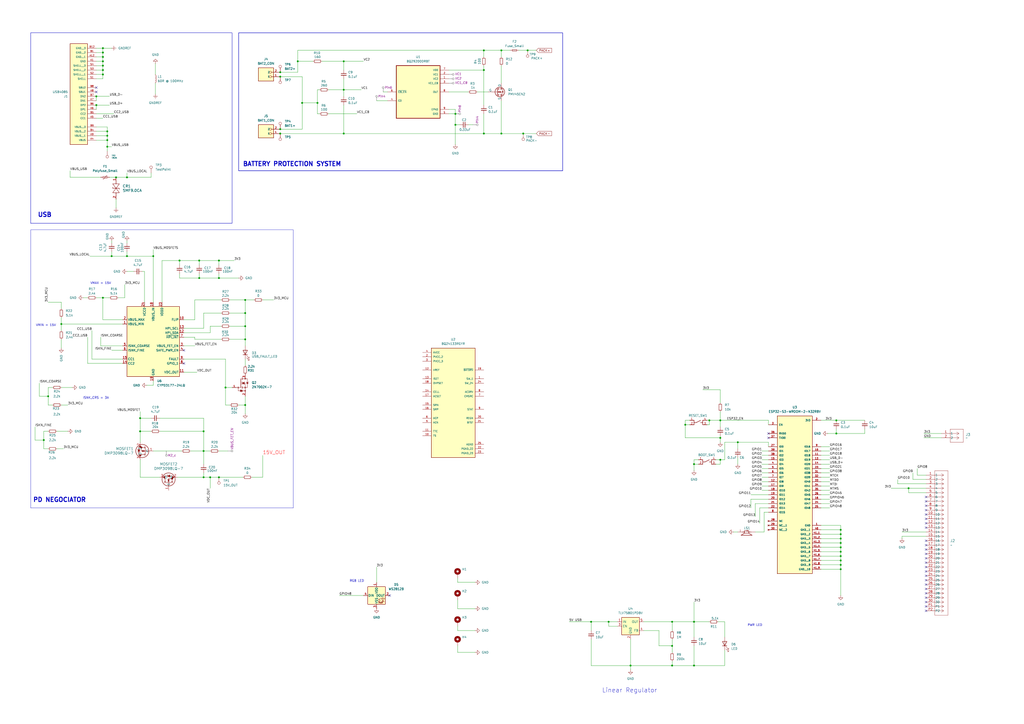
<source format=kicad_sch>
(kicad_sch (version 20231120) (generator "eeschema") (generator_version "8.0")
  (paper "A2")
  (title_block (title "RC PCB ") (date "2024-07-28") (rev "v3") (company "CampusFab FabRice "))
  (junction (at 142.24 189.23))
  (junction (at 59.69 172.72))
  (junction (at 306.07 29.21))
  (junction (at 353.06 360.68))
  (junction (at 487.68 314.96))
  (junction (at 417.83 254))
  (junction (at 59.69 43.18))
  (junction (at 162.56 44.45))
  (junction (at 527.05 283.21))
  (junction (at 55.88 55.88))
  (junction (at 81.28 250.19))
  (junction (at 280.67 40.64))
  (junction (at 35.56 187.96))
  (junction (at 118.11 276.86))
  (junction (at 487.68 325.12))
  (junction (at 175.26 59.69))
  (junction (at 127 161.29))
  (junction (at 487.68 327.66))
  (junction (at 62.23 85.09))
  (junction (at 115.57 161.29))
  (junction (at 104.14 151.13))
  (junction (at 397.51 246.38))
  (junction (at 342.9 360.68))
  (junction (at 389.89 386.08))
  (junction (at 162.56 74.93))
  (junction (at 411.48 243.84))
  (junction (at 59.69 40.64))
  (junction (at 118.11 261.62))
  (junction (at 115.57 151.13))
  (junction (at 73.66 148.59))
  (junction (at 62.23 76.2))
  (junction (at 127 151.13))
  (junction (at 142.24 173.99))
  (junction (at 62.23 78.74))
  (junction (at 162.56 77.47))
  (junction (at 487.68 307.34))
  (junction (at 162.56 41.91))
  (junction (at 199.39 52.07))
  (junction (at 142.24 234.95))
  (junction (at 264.16 72.39))
  (junction (at 487.68 322.58))
  (junction (at 389.89 360.68))
  (junction (at 127 276.86))
  (junction (at 199.39 35.56))
  (junction (at 264.16 66.04))
  (junction (at 485.14 243.84))
  (junction (at 59.69 33.02))
  (junction (at 59.69 30.48))
  (junction (at 303.53 77.47))
  (junction (at 81.28 242.57))
  (junction (at 59.69 27.94))
  (junction (at 280.67 77.47))
  (junction (at 172.72 35.56))
  (junction (at 118.11 250.19))
  (junction (at 64.77 148.59))
  (junction (at 27.94 229.87))
  (junction (at 487.68 309.88))
  (junction (at 88.9 148.59))
  (junction (at 487.68 312.42))
  (junction (at 402.59 360.68))
  (junction (at 59.69 35.56))
  (junction (at 427.99 256.54))
  (junction (at 67.31 102.87))
  (junction (at 73.66 102.87))
  (junction (at 389.89 374.65))
  (junction (at 121.92 276.86))
  (junction (at 25.4 255.27))
  (junction (at 417.83 243.84))
  (junction (at 402.59 386.08))
  (junction (at 62.23 81.28))
  (junction (at 55.88 60.96))
  (junction (at 402.59 269.24))
  (junction (at 365.76 386.08))
  (junction (at 487.68 330.2))
  (junction (at 142.24 181.61))
  (junction (at 59.69 38.1))
  (junction (at 130.81 224.79))
  (junction (at 487.68 317.5))
  (junction (at 485.14 251.46))
  (junction (at 417.83 266.7))
  (junction (at 487.68 320.04))
  (junction (at 184.15 59.69))
  (junction (at 199.39 77.47))
  (junction (at 290.83 29.21))
  (junction (at 142.24 196.85))
  (junction (at 280.67 29.21))
  (junction (at 290.83 77.47))
  (no_connect (at 537.21 334.01))
  (no_connect (at 55.88 53.34))
  (no_connect (at 537.21 328.93))
  (no_connect (at 537.21 295.91))
  (no_connect (at 537.21 300.99))
  (no_connect (at 537.21 351.79))
  (no_connect (at 55.88 50.8))
  (no_connect (at 537.21 339.09))
  (no_connect (at 537.21 316.23))
  (no_connect (at 537.21 288.29))
  (no_connect (at 226.06 345.44))
  (no_connect (at 537.21 293.37))
  (no_connect (at 106.68 203.2))
  (no_connect (at 106.68 210.82))
  (no_connect (at 537.21 349.25))
  (no_connect (at 537.21 290.83))
  (no_connect (at 537.21 344.17))
  (no_connect (at 537.21 326.39))
  (no_connect (at 537.21 346.71))
  (no_connect (at 537.21 298.45))
  (no_connect (at 537.21 341.63))
  (no_connect (at 537.21 318.77))
  (no_connect (at 537.21 306.07))
  (no_connect (at 537.21 313.69))
  (no_connect (at 537.21 303.53))
  (no_connect (at 537.21 321.31))
  (no_connect (at 445.77 251.46))
  (no_connect (at 445.77 254))
  (no_connect (at 537.21 336.55))
  (no_connect (at 537.21 323.85))
  (no_connect (at 537.21 354.33))
  (no_connect (at 537.21 331.47))
  (wire (pts (xy 411.48 243.84) (xy 417.83 243.84)))
  (wire (pts (xy 264.16 66.04) (xy 264.16 72.39)))
  (wire (pts (xy 81.28 250.19) (xy 87.63 250.19)))
  (wire (pts (xy 115.57 151.13) (xy 127 151.13)))
  (wire (pts (xy 72.39 165.1) (xy 72.39 172.72)))
  (wire (pts (xy 113.03 173.99) (xy 113.03 185.42)))
  (wire (pts (xy 92.71 242.57) (xy 118.11 242.57)))
  (wire (pts (xy 62.23 85.09) (xy 62.23 87.63)))
  (wire (pts (xy 410.21 246.38) (xy 411.48 246.38)))
  (wire (pts (xy 353.06 363.22) (xy 353.06 360.68)))
  (wire (pts (xy 485.14 251.46) (xy 501.65 251.46)))
  (wire (pts (xy 295.91 29.21) (xy 290.83 29.21)))
  (wire (pts (xy 358.14 363.22) (xy 353.06 363.22)))
  (wire (pts (xy 476.25 327.66) (xy 487.68 327.66)))
  (wire (pts (xy 476.25 325.12) (xy 487.68 325.12)))
  (wire (pts (xy 106.68 200.66) (xy 113.03 200.66)))
  (wire (pts (xy 435.61 289.56) (xy 435.61 294.64)))
  (wire (pts (xy 476.25 320.04) (xy 487.68 320.04)))
  (wire (pts (xy 445.77 294.64) (xy 440.69 294.64)))
  (wire (pts (xy 20.32 247.65) (xy 20.32 255.27)))
  (wire (pts (xy 27.94 229.87) (xy 27.94 224.79)))
  (wire (pts (xy 306.07 29.21) (xy 311.15 29.21)))
  (wire (pts (xy 81.28 250.19) (xy 81.28 256.54)))
  (wire (pts (xy 59.69 30.48) (xy 59.69 33.02)))
  (wire (pts (xy 140.97 276.86) (xy 127 276.86)))
  (wire (pts (xy 130.81 224.79) (xy 130.81 208.28)))
  (wire (pts (xy 476.25 330.2) (xy 487.68 330.2)))
  (wire (pts (xy 265.43 335.28) (xy 265.43 337.82)))
  (wire (pts (xy 397.51 246.38) (xy 397.51 254)))
  (wire (pts (xy 290.83 77.47) (xy 303.53 77.47)))
  (wire (pts (xy 487.68 304.8) (xy 487.68 307.34)))
  (wire (pts (xy 476.25 274.32) (xy 481.33 274.32)))
  (wire (pts (xy 276.86 53.34) (xy 283.21 53.34)))
  (wire (pts (xy 199.39 35.56) (xy 199.39 40.64)))
  (wire (pts (xy 118.11 261.62) (xy 118.11 269.24)))
  (wire (pts (xy 445.77 256.54) (xy 445.77 259.08)))
  (wire (pts (xy 59.69 40.64) (xy 55.88 40.64)))
  (wire (pts (xy 27.94 229.87) (xy 27.94 234.95)))
  (wire (pts (xy 152.4 264.16) (xy 152.4 276.86)))
  (wire (pts (xy 441.96 271.78) (xy 445.77 271.78)))
  (wire (pts (xy 537.21 285.75) (xy 527.05 285.75)))
  (wire (pts (xy 199.39 52.07) (xy 199.39 55.88)))
  (wire (pts (xy 438.15 308.61) (xy 443.23 308.61)))
  (wire (pts (xy 535.94 254) (xy 546.1 254)))
  (wire (pts (xy 264.16 72.39) (xy 266.7 72.39)))
  (wire (pts (xy 33.02 250.19) (xy 39.37 250.19)))
  (wire (pts (xy 365.76 386.08) (xy 389.89 386.08)))
  (wire (pts (xy 365.76 386.08) (xy 365.76 370.84)))
  (wire (pts (xy 59.69 27.94) (xy 59.69 30.48)))
  (wire (pts (xy 427.99 260.35) (xy 427.99 256.54)))
  (wire (pts (xy 402.59 349.25) (xy 402.59 360.68)))
  (wire (pts (xy 501.65 248.92) (xy 501.65 251.46)))
  (wire (pts (xy 537.21 311.15) (xy 523.24 311.15)))
  (wire (pts (xy 290.83 29.21) (xy 290.83 33.02)))
  (wire (pts (xy 55.88 78.74) (xy 62.23 78.74)))
  (wire (pts (xy 441.96 279.4) (xy 445.77 279.4)))
  (wire (pts (xy 425.45 308.61) (xy 427.99 308.61)))
  (wire (pts (xy 290.83 38.1) (xy 290.83 48.26)))
  (wire (pts (xy 62.23 78.74) (xy 62.23 81.28)))
  (wire (pts (xy 441.96 269.24) (xy 445.77 269.24)))
  (wire (pts (xy 152.4 276.86) (xy 146.05 276.86)))
  (wire (pts (xy 476.25 276.86) (xy 481.33 276.86)))
  (wire (pts (xy 265.43 353.06) (xy 275.59 353.06)))
  (wire (pts (xy 63.5 60.96) (xy 55.88 60.96)))
  (wire (pts (xy 87.63 102.87) (xy 73.66 102.87)))
  (wire (pts (xy 81.28 242.57) (xy 87.63 242.57)))
  (wire (pts (xy 476.25 322.58) (xy 487.68 322.58)))
  (wire (pts (xy 59.69 27.94) (xy 55.88 27.94)))
  (wire (pts (xy 402.59 269.24) (xy 402.59 273.05)))
  (wire (pts (xy 445.77 292.1) (xy 438.15 292.1)))
  (wire (pts (xy 121.92 193.04) (xy 106.68 193.04)))
  (wire (pts (xy 133.35 196.85) (xy 142.24 196.85)))
  (wire (pts (xy 186.69 35.56) (xy 199.39 35.56)))
  (wire (pts (xy 83.82 157.48) (xy 83.82 175.26)))
  (wire (pts (xy 290.83 58.42) (xy 290.83 77.47)))
  (wire (pts (xy 529.59 274.32) (xy 529.59 278.13)))
  (wire (pts (xy 118.11 261.62) (xy 121.92 261.62)))
  (wire (pts (xy 162.56 41.91) (xy 172.72 41.91)))
  (wire (pts (xy 62.23 76.2) (xy 62.23 78.74)))
  (wire (pts (xy 400.05 243.84) (xy 397.51 243.84)))
  (wire (pts (xy 113.03 195.58) (xy 106.68 195.58)))
  (wire (pts (xy 128.27 181.61) (xy 118.11 181.61)))
  (wire (pts (xy 52.07 148.59) (xy 64.77 148.59)))
  (wire (pts (xy 40.64 99.06) (xy 40.64 102.87)))
  (wire (pts (xy 59.69 185.42) (xy 71.12 185.42)))
  (wire (pts (xy 121.92 189.23) (xy 121.92 193.04)))
  (wire (pts (xy 417.83 254) (xy 417.83 256.54)))
  (wire (pts (xy 162.56 44.45) (xy 175.26 44.45)))
  (wire (pts (xy 417.83 233.68) (xy 417.83 226.06)))
  (wire (pts (xy 435.61 287.02) (xy 445.77 287.02)))
  (wire (pts (xy 303.53 77.47) (xy 311.15 77.47)))
  (wire (pts (xy 62.23 85.09) (xy 64.77 85.09)))
  (wire (pts (xy 476.25 289.56) (xy 481.33 289.56)))
  (wire (pts (xy 142.24 173.99) (xy 133.35 173.99)))
  (wire (pts (xy 280.67 66.04) (xy 280.67 77.47)))
  (wire (pts (xy 59.69 43.18) (xy 59.69 45.72)))
  (wire (pts (xy 35.56 184.15) (xy 35.56 187.96)))
  (wire (pts (xy 142.24 173.99) (xy 142.24 181.61)))
  (wire (pts (xy 133.35 234.95) (xy 130.81 234.95)))
  (wire (pts (xy 389.89 374.65) (xy 382.27 374.65)))
  (wire (pts (xy 142.24 196.85) (xy 142.24 189.23)))
  (wire (pts (xy 142.24 200.66) (xy 142.24 196.85)))
  (wire (pts (xy 264.16 63.5) (xy 264.16 66.04)))
  (wire (pts (xy 485.14 243.84) (xy 501.65 243.84)))
  (wire (pts (xy 342.9 386.08) (xy 365.76 386.08)))
  (wire (pts (xy 199.39 77.47) (xy 162.56 77.47)))
  (wire (pts (xy 443.23 308.61) (xy 443.23 297.18)))
  (wire (pts (xy 487.68 322.58) (xy 487.68 325.12)))
  (wire (pts (xy 82.55 157.48) (xy 83.82 157.48)))
  (wire (pts (xy 25.4 260.35) (xy 27.94 260.35)))
  (wire (pts (xy 397.51 254) (xy 417.83 254)))
  (wire (pts (xy 93.98 175.26) (xy 93.98 151.13)))
  (wire (pts (xy 342.9 360.68) (xy 342.9 365.76)))
  (wire (pts (xy 81.28 238.76) (xy 81.28 242.57)))
  (wire (pts (xy 443.23 297.18) (xy 445.77 297.18)))
  (wire (pts (xy 417.83 238.76) (xy 417.83 243.84)))
  (wire (pts (xy 280.67 77.47) (xy 199.39 77.47)))
  (wire (pts (xy 55.88 55.88) (xy 55.88 58.42)))
  (wire (pts (xy 476.25 271.78) (xy 481.33 271.78)))
  (wire (pts (xy 411.48 246.38) (xy 411.48 243.84)))
  (wire (pts (xy 264.16 72.39) (xy 264.16 83.82)))
  (wire (pts (xy 420.37 360.68) (xy 420.37 369.57)))
  (wire (pts (xy 445.77 243.84) (xy 445.77 246.38)))
  (wire (pts (xy 64.77 148.59) (xy 73.66 148.59)))
  (wire (pts (xy 142.24 173.99) (xy 147.32 173.99)))
  (wire (pts (xy 265.43 365.76) (xy 275.59 365.76)))
  (wire (pts (xy 476.25 314.96) (xy 487.68 314.96)))
  (wire (pts (xy 55.88 172.72) (xy 59.69 172.72)))
  (wire (pts (xy 487.68 307.34) (xy 487.68 309.88)))
  (wire (pts (xy 128.27 189.23) (xy 121.92 189.23)))
  (wire (pts (xy 113.03 196.85) (xy 113.03 195.58)))
  (wire (pts (xy 271.78 72.39) (xy 274.32 72.39)))
  (wire (pts (xy 115.57 158.75) (xy 115.57 161.29)))
  (wire (pts (xy 88.9 220.98) (xy 88.9 223.52)))
  (wire (pts (xy 420.37 377.19) (xy 420.37 386.08)))
  (wire (pts (xy 441.96 284.48) (xy 445.77 284.48)))
  (wire (pts (xy 55.88 66.04) (xy 66.04 66.04)))
  (wire (pts (xy 476.25 264.16) (xy 481.33 264.16)))
  (wire (pts (xy 342.9 360.68) (xy 330.2 360.68)))
  (wire (pts (xy 417.83 243.84) (xy 445.77 243.84)))
  (wire (pts (xy 59.69 35.56) (xy 59.69 38.1)))
  (wire (pts (xy 59.69 45.72) (xy 55.88 45.72)))
  (wire (pts (xy 175.26 44.45) (xy 175.26 59.69)))
  (wire (pts (xy 184.15 52.07) (xy 184.15 59.69)))
  (wire (pts (xy 389.89 374.65) (xy 389.89 378.46)))
  (wire (pts (xy 40.64 102.87) (xy 58.42 102.87)))
  (wire (pts (xy 59.69 33.02) (xy 55.88 33.02)))
  (wire (pts (xy 190.5 52.07) (xy 199.39 52.07)))
  (wire (pts (xy 537.21 275.59) (xy 532.13 275.59)))
  (wire (pts (xy 265.43 347.98) (xy 265.43 353.06)))
  (wire (pts (xy 59.69 27.94) (xy 64.77 27.94)))
  (wire (pts (xy 438.15 292.1) (xy 438.15 299.72)))
  (wire (pts (xy 115.57 161.29) (xy 127 161.29)))
  (wire (pts (xy 476.25 243.84) (xy 485.14 243.84)))
  (wire (pts (xy 172.72 41.91) (xy 172.72 35.56)))
  (wire (pts (xy 373.38 360.68) (xy 389.89 360.68)))
  (wire (pts (xy 441.96 274.32) (xy 445.77 274.32)))
  (wire (pts (xy 520.7 278.13) (xy 520.7 280.67)))
  (wire (pts (xy 487.68 325.12) (xy 487.68 327.66)))
  (wire (pts (xy 59.69 172.72) (xy 63.5 172.72)))
  (wire (pts (xy 405.13 266.7) (xy 402.59 266.7)))
  (wire (pts (xy 102.87 276.86) (xy 118.11 276.86)))
  (wire (pts (xy 402.59 269.24) (xy 405.13 269.24)))
  (wire (pts (xy 68.58 172.72) (xy 72.39 172.72)))
  (wire (pts (xy 127 161.29) (xy 138.43 161.29)))
  (wire (pts (xy 92.71 250.19) (xy 118.11 250.19)))
  (wire (pts (xy 33.02 260.35) (xy 36.83 260.35)))
  (wire (pts (xy 480.06 251.46) (xy 485.14 251.46)))
  (wire (pts (xy 59.69 172.72) (xy 59.69 185.42)))
  (wire (pts (xy 184.15 52.07) (xy 185.42 52.07)))
  (wire (pts (xy 260.35 63.5) (xy 264.16 63.5)))
  (wire (pts (xy 280.67 38.1) (xy 280.67 40.64)))
  (wire (pts (xy 87.63 100.33) (xy 87.63 102.87)))
  (wire (pts (xy 59.69 43.18) (xy 55.88 43.18)))
  (wire (pts (xy 415.29 269.24) (xy 417.83 269.24)))
  (wire (pts (xy 133.35 189.23) (xy 142.24 189.23)))
  (wire (pts (xy 300.99 29.21) (xy 306.07 29.21)))
  (wire (pts (xy 260.35 66.04) (xy 264.16 66.04)))
  (wire (pts (xy 440.69 294.64) (xy 440.69 303.53)))
  (wire (pts (xy 520.7 280.67) (xy 537.21 280.67)))
  (wire (pts (xy 441.96 276.86) (xy 445.77 276.86)))
  (wire (pts (xy 420.37 256.54) (xy 420.37 266.7)))
  (wire (pts (xy 397.51 246.38) (xy 400.05 246.38)))
  (wire (pts (xy 175.26 59.69) (xy 184.15 59.69)))
  (wire (pts (xy 115.57 151.13) (xy 115.57 153.67)))
  (wire (pts (xy 417.83 247.65) (xy 417.83 243.84)))
  (wire (pts (xy 427.99 265.43) (xy 427.99 269.24)))
  (wire (pts (xy 35.56 179.07) (xy 35.56 175.26)))
  (wire (pts (xy 63.5 102.87) (xy 67.31 102.87)))
  (wire (pts (xy 535.94 251.46) (xy 546.1 251.46)))
  (wire (pts (xy 118.11 242.57) (xy 118.11 250.19)))
  (wire (pts (xy 127 261.62) (xy 132.08 261.62)))
  (wire (pts (xy 118.11 274.32) (xy 118.11 276.86)))
  (wire (pts (xy 55.88 55.88) (xy 63.5 55.88)))
  (wire (pts (xy 476.25 261.62) (xy 481.33 261.62)))
  (wire (pts (xy 62.23 81.28) (xy 62.23 85.09)))
  (wire (pts (xy 55.88 68.58) (xy 59.69 68.58)))
  (wire (pts (xy 27.94 175.26) (xy 35.56 175.26)))
  (wire (pts (xy 35.56 187.96) (xy 71.12 187.96)))
  (wire (pts (xy 481.33 294.64) (xy 476.25 294.64)))
  (wire (pts (xy 420.37 386.08) (xy 402.59 386.08)))
  (wire (pts (xy 222.25 53.34) (xy 224.79 53.34)))
  (wire (pts (xy 73.66 148.59) (xy 73.66 146.05)))
  (wire (pts (xy 93.98 151.13) (xy 104.14 151.13)))
  (wire (pts (xy 35.56 201.93) (xy 35.56 196.85)))
  (wire (pts (xy 417.83 266.7) (xy 420.37 266.7)))
  (wire (pts (xy 175.26 74.93) (xy 162.56 74.93)))
  (wire (pts (xy 22.86 222.25) (xy 22.86 229.87)))
  (wire (pts (xy 152.4 173.99) (xy 158.75 173.99)))
  (wire (pts (xy 487.68 309.88) (xy 487.68 312.42)))
  (wire (pts (xy 59.69 40.64) (xy 59.69 43.18)))
  (wire (pts (xy 121.92 276.86) (xy 127 276.86)))
  (wire (pts (xy 358.14 360.68) (xy 353.06 360.68)))
  (wire (pts (xy 417.83 269.24) (xy 417.83 266.7)))
  (wire (pts (xy 365.76 388.62) (xy 365.76 386.08)))
  (wire (pts (xy 55.88 73.66) (xy 62.23 73.66)))
  (wire (pts (xy 476.25 287.02) (xy 481.33 287.02)))
  (wire (pts (xy 218.44 328.93) (xy 218.44 337.82)))
  (wire (pts (xy 35.56 224.79) (xy 41.91 224.79)))
  (wire (pts (xy 476.25 309.88) (xy 487.68 309.88)))
  (wire (pts (xy 118.11 250.19) (xy 118.11 261.62)))
  (wire (pts (xy 138.43 234.95) (xy 142.24 234.95)))
  (wire (pts (xy 172.72 29.21) (xy 172.72 35.56)))
  (wire (pts (xy 73.66 157.48) (xy 77.47 157.48)))
  (wire (pts (xy 64.77 148.59) (xy 64.77 146.05)))
  (wire (pts (xy 441.96 266.7) (xy 445.77 266.7)))
  (wire (pts (xy 342.9 370.84) (xy 342.9 386.08)))
  (wire (pts (xy 73.66 100.33) (xy 73.66 102.87)))
  (wire (pts (xy 416.56 360.68) (xy 420.37 360.68)))
  (wire (pts (xy 81.28 276.86) (xy 92.71 276.86)))
  (wire (pts (xy 134.62 224.79) (xy 130.81 224.79)))
  (wire (pts (xy 118.11 181.61) (xy 118.11 190.5)))
  (wire (pts (xy 130.81 208.28) (xy 106.68 208.28)))
  (wire (pts (xy 81.28 266.7) (xy 81.28 276.86)))
  (wire (pts (xy 59.69 33.02) (xy 59.69 35.56)))
  (wire (pts (xy 389.89 360.68) (xy 402.59 360.68)))
  (wire (pts (xy 127 151.13) (xy 135.89 151.13)))
  (wire (pts (xy 218.44 58.42) (xy 224.79 58.42)))
  (wire (pts (xy 516.89 283.21) (xy 527.05 283.21)))
  (wire (pts (xy 389.89 386.08) (xy 389.89 383.54)))
  (wire (pts (xy 142.24 234.95) (xy 142.24 240.03)))
  (wire (pts (xy 532.13 271.78) (xy 532.13 275.59)))
  (wire (pts (xy 427.99 256.54) (xy 420.37 256.54)))
  (wire (pts (xy 127 158.75) (xy 127 161.29)))
  (wire (pts (xy 20.32 255.27) (xy 25.4 255.27)))
  (wire (pts (xy 25.4 255.27) (xy 25.4 250.19)))
  (wire (pts (xy 73.66 102.87) (xy 67.31 102.87)))
  (wire (pts (xy 59.69 38.1) (xy 55.88 38.1)))
  (wire (pts (xy 71.12 208.28) (xy 53.34 208.28)))
  (wire (pts (xy 476.25 312.42) (xy 487.68 312.42)))
  (wire (pts (xy 118.11 190.5) (xy 106.68 190.5)))
  (wire (pts (xy 402.59 360.68) (xy 402.59 369.57)))
  (wire (pts (xy 441.96 264.16) (xy 445.77 264.16)))
  (wire (pts (xy 280.67 29.21) (xy 280.67 33.02)))
  (wire (pts (xy 265.43 363.22) (xy 265.43 365.76)))
  (wire (pts (xy 476.25 292.1) (xy 481.33 292.1)))
  (wire (pts (xy 427.99 256.54) (xy 445.77 256.54)))
  (wire (pts (xy 25.4 250.19) (xy 27.94 250.19)))
  (wire (pts (xy 353.06 360.68) (xy 342.9 360.68)))
  (wire (pts (xy 114.3 215.9) (xy 106.68 215.9)))
  (wire (pts (xy 402.59 374.65) (xy 402.59 386.08)))
  (wire (pts (xy 290.83 29.21) (xy 280.67 29.21)))
  (wire (pts (xy 113.03 185.42) (xy 106.68 185.42)))
  (wire (pts (xy 476.25 307.34) (xy 487.68 307.34)))
  (wire (pts (xy 265.43 378.46) (xy 275.59 378.46)))
  (wire (pts (xy 184.15 59.69) (xy 184.15 66.04)))
  (wire (pts (xy 476.25 304.8) (xy 487.68 304.8)))
  (wire (pts (xy 58.42 200.66) (xy 71.12 200.66)))
  (wire (pts (xy 199.39 60.96) (xy 199.39 77.47)))
  (wire (pts (xy 476.25 266.7) (xy 481.33 266.7)))
  (wire (pts (xy 487.68 312.42) (xy 487.68 314.96)))
  (wire (pts (xy 445.77 289.56) (xy 435.61 289.56)))
  (wire (pts (xy 81.28 242.57) (xy 81.28 250.19)))
  (wire (pts (xy 55.88 81.28) (xy 62.23 81.28)))
  (wire (pts (xy 476.25 279.4) (xy 481.33 279.4)))
  (wire (pts (xy 55.88 76.2) (xy 62.23 76.2)))
  (wire (pts (xy 88.9 144.78) (xy 88.9 148.59)))
  (wire (pts (xy 104.14 151.13) (xy 104.14 153.67)))
  (wire (pts (xy 73.66 140.97) (xy 73.66 139.7)))
  (wire (pts (xy 130.81 224.79) (xy 130.81 234.95)))
  (wire (pts (xy 407.67 226.06) (xy 417.83 226.06)))
  (wire (pts (xy 25.4 255.27) (xy 25.4 260.35)))
  (wire (pts (xy 71.12 210.82) (xy 50.8 210.82)))
  (wire (pts (xy 280.67 29.21) (xy 172.72 29.21)))
  (wire (pts (xy 53.34 208.28) (xy 53.34 191.77)))
  (wire (pts (xy 280.67 40.64) (xy 280.67 60.96)))
  (wire (pts (xy 487.68 327.66) (xy 487.68 330.2)))
  (wire (pts (xy 190.5 66.04) (xy 207.01 66.04)))
  (wire (pts (xy 476.25 281.94) (xy 481.33 281.94)))
  (wire (pts (xy 48.26 172.72) (xy 50.8 172.72)))
  (wire (pts (xy 142.24 229.87) (xy 142.24 234.95)))
  (wire (pts (xy 417.83 252.73) (xy 417.83 254)))
  (wire (pts (xy 280.67 40.64) (xy 260.35 40.64)))
  (wire (pts (xy 199.39 35.56) (xy 210.82 35.56)))
  (wire (pts (xy 59.69 30.48) (xy 55.88 30.48)))
  (wire (pts (xy 382.27 365.76) (xy 373.38 365.76)))
  (wire (pts (xy 22.86 229.87) (xy 27.94 229.87)))
  (wire (pts (xy 441.96 281.94) (xy 445.77 281.94)))
  (wire (pts (xy 476.25 317.5) (xy 487.68 317.5)))
  (wire (pts (xy 90.17 36.83) (xy 90.17 43.18)))
  (wire (pts (xy 118.11 261.62) (xy 110.49 261.62)))
  (wire (pts (xy 389.89 370.84) (xy 389.89 374.65)))
  (wire (pts (xy 527.05 283.21) (xy 537.21 283.21)))
  (wire (pts (xy 67.31 115.57) (xy 67.31 120.65)))
  (wire (pts (xy 58.42 195.58) (xy 58.42 200.66)))
  (wire (pts (xy 260.35 53.34) (xy 271.78 53.34)))
  (wire (pts (xy 175.26 59.69) (xy 175.26 74.93)))
  (wire (pts (xy 121.92 276.86) (xy 121.92 283.21)))
  (wire (pts (xy 402.59 360.68) (xy 411.48 360.68)))
  (wire (pts (xy 64.77 203.2) (xy 71.12 203.2)))
  (wire (pts (xy 397.51 243.84) (xy 397.51 246.38)))
  (wire (pts (xy 88.9 261.62) (xy 105.41 261.62)))
  (wire (pts (xy 59.69 35.56) (xy 55.88 35.56)))
  (wire (pts (xy 104.14 151.13) (xy 115.57 151.13)))
  (wire (pts (xy 487.68 330.2) (xy 487.68 345.44)))
  (wire (pts (xy 50.8 210.82) (xy 50.8 195.58)))
  (wire (pts (xy 382.27 374.65) (xy 382.27 365.76)))
  (wire (pts (xy 487.68 314.96) (xy 487.68 317.5)))
  (wire (pts (xy 199.39 52.07) (xy 209.55 52.07)))
  (wire (pts (xy 73.66 148.59) (xy 88.9 148.59)))
  (wire (pts (xy 389.89 386.08) (xy 402.59 386.08)))
  (wire (pts (xy 35.56 234.95) (xy 39.37 234.95)))
  (wire (pts (xy 196.85 345.44) (xy 210.82 345.44)))
  (wire (pts (xy 90.17 48.26) (xy 90.17 54.61)))
  (wire (pts (xy 487.68 320.04) (xy 487.68 322.58)))
  (wire (pts (xy 476.25 269.24) (xy 481.33 269.24)))
  (wire (pts (xy 184.15 66.04) (xy 185.42 66.04)))
  (wire (pts (xy 265.43 374.65) (xy 265.43 378.46)))
  (wire (pts (xy 142.24 212.09) (xy 142.24 208.28)))
  (wire (pts (xy 265.43 337.82) (xy 275.59 337.82)))
  (wire (pts (xy 142.24 189.23) (xy 142.24 181.61)))
  (wire (pts (xy 415.29 266.7) (xy 417.83 266.7)))
  (wire (pts (xy 35.56 187.96) (xy 35.56 191.77)))
  (wire (pts (xy 118.11 276.86) (xy 121.92 276.86)))
  (wire (pts (xy 441.96 261.62) (xy 445.77 261.62)))
  (wire (pts (xy 199.39 45.72) (xy 199.39 52.07)))
  (wire (pts (xy 104.14 158.75) (xy 104.14 161.29)))
  (wire (pts (xy 485.14 248.92) (xy 485.14 251.46)))
  (wire (pts (xy 537.21 278.13) (xy 529.59 278.13)))
  (wire (pts (xy 127 151.13) (xy 127 153.67)))
  (wire (pts (xy 62.23 73.66) (xy 62.23 76.2)))
  (wire (pts (xy 128.27 173.99) (xy 113.03 173.99)))
  (wire (pts (xy 55.88 60.96) (xy 55.88 63.5)))
  (wire (pts (xy 487.68 317.5) (xy 487.68 320.04)))
  (wire (pts (xy 389.89 360.68) (xy 389.89 365.76)))
  (wire (pts (xy 133.35 181.61) (xy 142.24 181.61)))
  (wire (pts (xy 410.21 243.84) (xy 411.48 243.84)))
  (wire (pts (xy 88.9 148.59) (xy 88.9 175.26)))
  (wire (pts (xy 104.14 161.29) (xy 115.57 161.29)))
  (wire (pts (xy 59.69 38.1) (xy 59.69 40.64)))
  (wire (pts (xy 523.24 311.15) (xy 523.24 312.42)))
  (wire (pts (xy 128.27 196.85) (xy 113.03 196.85)))
  (wire (pts (xy 172.72 35.56) (xy 181.61 35.56)))
  (wire (pts (xy 523.24 308.61) (xy 537.21 308.61)))
  (wire (pts (xy 476.25 259.08) (xy 481.33 259.08)))
  (wire (pts (xy 476.25 284.48) (xy 481.33 284.48)))
  (wire (pts (xy 64.77 140.97) (xy 64.77 139.7)))
  (wire (pts (xy 402.59 266.7) (xy 402.59 269.24)))
  (wire (pts (xy 27.94 224.79) (xy 30.48 224.79)))
  (wire (pts (xy 527.05 285.75) (xy 527.05 283.21)))
  (wire (pts (xy 27.94 234.95) (xy 30.48 234.95)))
  (wire (pts (xy 85.09 223.52) (xy 88.9 223.52)))
  (wire (pts (xy 280.67 77.47) (xy 290.83 77.47)))
  (rectangle (start 138.43 19.05) (end 326.39 99.06) (stroke (width 0.254)))
  (rectangle (start 17.78 19.05) (end 134.62 129.54) (stroke (width 0.2032) (color 0 0 194 1)))
  (rectangle (start 17.78 133.35) (end 170.18 294.64))
  (text "VMAX = 15V" (at 58.42 164.338 0) (effects (font (size 1.27 1.27))))
  (text "Linear Regulator" (at 365.252 400.558 0) (effects (font (size 2.54 2.54))))
  (text "VMIN = 15V" (at 26.67 188.722 0) (effects (font (size 1.27 1.27))))
  (text "USB " (at 26.924 124.714 0) (effects (font (size 2.54 2.54) (thickness 0.508) (bold yes))))
  (text "PWR LED\n" (at 437.896 362.712 0) (effects (font (size 1.27 1.27))))
  (text "ISNK_CRS = 3A\n" (at 55.626 230.886 0) (effects (font (size 1.27 1.27))))
  (text "RGB LED\n" (at 207.01 337.058 0) (effects (font (size 1.27 1.27))))
  (text "PD NEGOCIATOR" (at 34.544 290.068 0) (effects (font (size 2.54 2.54) (thickness 0.508) (bold yes))))
  (text "BATTERY PROTECTION SYSTEM\n" (at 169.418 95.25 0) (effects (font (size 2.54 2.54) (thickness 0.508) (bold yes))))
  (label "CC2_USB" (at 66.04 66.04 0))
  (label "3V3_MCU" (at 39.37 234.95 0))
  (label "GPIO45" (at 481.33 287.02 0))
  (label "ISNK_COARSE" (at 22.86 222.25 0))
  (label "VDC_OUT" (at 121.92 283.21 270))
  (label "3V3_MCU" (at 72.39 165.1 0))
  (label "USB_D+" (at 63.5 60.96 0))
  (label "ISKN_FINE" (at 64.77 203.2 180))
  (label "VBUS_MOSFET" (at 81.28 238.76 180))
  (label "VBUS_LOCAL" (at 73.66 100.33 0))
  (label "3V3" (at 402.59 349.25 0))
  (label "MTDI" (at 481.33 281.94 0))
  (label "GPIO18" (at 481.33 264.16 0))
  (label "15V_OUT" (at 152.4 264.16 0) (effects (font (size 2.032 2.032))))
  (label "GPIO8" (at 441.96 279.4 180))
  (label "CC1_USB" (at 59.69 68.58 0))
  (label "VBUS_MOSFETS" (at 88.9 144.78 0))
  (label "GPPIO46" (at 481.33 289.56 0))
  (label "GPIO6" (at 441.96 274.32 180))
  (label "USB_D-" (at 63.5 55.88 0))
  (label "5V USB" (at 330.2 360.68 0))
  (label "GPIO7" (at 441.96 276.86 180))
  (label "GPIO38" (at 481.33 274.32 0))
  (label "GPIO14" (at 440.69 303.53 180))
  (label "GPIO13" (at 438.15 299.72 180))
  (label "GPIO48" (at 196.85 345.44 0))
  (label "CC1_USB" (at 53.34 191.77 180))
  (label "ESP32_EN" (at 421.64 243.84 0))
  (label "GPIO9" (at 441.96 281.94 180))
  (label "GPIO4" (at 441.96 269.24 180))
  (label "GPIO11" (at 435.61 287.02 180))
  (label "GPIO8" (at 532.13 271.78 0))
  (label "GPIO3" (at 441.96 266.7 180))
  (label "ISNK_COARSE" (at 58.42 195.58 0))
  (label "CC2_USB" (at 50.8 195.58 180))
  (label "GND" (at 535.94 254 0))
  (label "GPIO5" (at 441.96 271.78 180))
  (label "3V3" (at 218.44 328.93 0))
  (label "GPIO21" (at 481.33 271.78 0))
  (label "VBUS_USB" (at 40.64 99.06 0))
  (label "3V3_MCU" (at 158.75 173.99 0))
  (label "GPIO17" (at 481.33 261.62 0))
  (label "3V3" (at 535.94 251.46 0))
  (label "MTCK" (at 481.33 276.86 0))
  (label "VC1_CB" (at 207.01 66.04 0))
  (label "GPIO9" (at 529.59 274.32 180))
  (label "3V3_MCU" (at 36.83 260.35 0))
  (label "3V3_MCU" (at 27.94 175.26 90))
  (label "3V3" (at 135.89 151.13 0))
  (label "USB_D-" (at 481.33 266.7 0))
  (label "GPIO16" (at 481.33 259.08 0))
  (label "VDC_OUT" (at 114.3 215.9 0))
  (label "GPIO12" (at 435.61 294.64 180))
  (label "VC2" (at 210.82 35.56 0))
  (label "MTMS" (at 481.33 284.48 0))
  (label "GPIO47" (at 481.33 292.1 0))
  (label "MTDO" (at 481.33 279.4 0))
  (label "VBUS_USB" (at 64.77 85.09 0))
  (label "USB_D+" (at 481.33 269.24 0))
  (label "VBUS_FET_EN" (at 113.03 200.66 0))
  (label "GPIO2" (at 441.96 264.16 180))
  (label "3V3" (at 407.67 226.06 0))
  (label "GPIO10" (at 441.96 284.48 180))
  (label "ISKN_FINE" (at 20.32 247.65 0))
  (label "VBUS_LOCAL" (at 52.07 148.59 180))
  (label "3V3" (at 478.79 243.84 0))
  (label "GPIO1" (at 441.96 261.62 180))
  (label "3V3" (at 523.24 308.61 0))
  (label "GPIO48" (at 481.33 294.64 0))
  (label "VC1" (at 209.55 52.07 0))
  (label "3V3" (at 516.89 283.21 180))
  (label "GPIO10" (at 520.7 278.13 0))
  (global_label "PACK-" (shape input) (at 311.15 77.47 0) (property "Intersheetrefs" "${INTERSHEET_REFS}" (effects (hide yes))))
  (global_label "PACK+" (shape input) (at 311.15 29.21 0) (property "Intersheetrefs" "${INTERSHEET_REFS}" (effects (hide yes))))
  (netclass_flag "" (length 2.54) (shape round) (at 260.35 45.72 270) (property "Netclass" "VC2" (at 263.906 45.466 0) (effects (font (italic yes)) (justify left))))
  (netclass_flag "" (length 2.54) (shape round) (at 132.08 261.62 270) (property "Netclass" "VBUS_FET_EN" (at 134.62 260.9215 90) (effects (font (italic yes)) (justify left))))
  (netclass_flag "" (length 2.54) (shape round) (at 264.16 66.04 270) (property "Netclass" "Pin6" (at 266.7 65.3415 90) (effects (font (italic yes)) (justify left))))
  (netclass_flag "" (length 2.54) (shape round) (at 218.44 58.42 0) (property "Netclass" "Pin4" (at 219.1385 55.88 0) (effects (font (italic yes)) (justify left))))
  (netclass_flag "" (length 2.54) (shape round) (at 260.35 48.26 270) (property "Netclass" "VC1_CB" (at 263.906 48.006 0) (effects (font (italic yes)) (justify left))))
  (netclass_flag "" (length 2.54) (shape round) (at 96.52 261.62 180) (property "Netclass" "M2_c" (at 97.2185 264.16 0) (effects (font (italic yes)) (justify left))))
  (netclass_flag "" (length 2.54) (shape round) (at 260.35 43.18 270) (property "Netclass" "VC1" (at 263.906 42.926 0) (effects (font (italic yes)) (justify left))))
  (netclass_flag "" (length 2.54) (shape round) (at 274.32 72.39 270) (property "Netclass" "Pin4" (at 276.86 71.6915 90) (effects (font (italic yes)) (justify left))))
  (netclass_flag "" (length 2.54) (shape round) (at 222.25 53.34 0) (property "Netclass" "Pin6" (at 223.012 50.8 0) (effects (font (italic yes)) (justify left))))
  (symbol (lib_id "Device:C_Small") (at 73.66 143.51 180) (unit 1)
    (property "Reference" "C14" (at 68.834 143.764 90))
    (property "Value" "100nF" (at 70.866 143.51 90))
    (property "Footprint" "Capacitor_SMD:C_0603_1608Metric" (effects (hide yes)))
    (property "Description" "Unpolarized capacitor, small symbol" (effects (hide yes)))
  )
  (symbol (lib_id "power:GND") (at 427.99 269.24 0) (unit 1)
    (property "Reference" "#PWR07" (effects (hide yes)))
    (property "Value" "GND" (at 427.99 274.32 0))
    (property "Description" "Power symbol creates a global label with name \"GND\" , ground" (effects (hide yes)))
  )
  (symbol (lib_id "Device:R_Small") (at 124.46 261.62 90) (unit 1)
    (property "Reference" "R20" (at 124.46 256.54 90))
    (property "Value" "2.2k" (at 124.46 259.08 90))
    (property "Description" "Resistor, small symbol" (effects (hide yes)))
  )
  (symbol (lib_id "Mechanical:MountingHole_Pad") (at 265.43 360.68 0) (unit 1) (exclude_from_sim yes) (in_bom no)
    (property "Reference" "H3" (at 267.97 358.1399 0) (effects (justify left)))
    (property "Value" "MountingHole_Pad" (effects (hide yes)))
    (property "Footprint" "MountingHole:MountingHole_2.2mm_M2_Pad" (effects (hide yes)))
    (property "Description" "Mounting Hole with connection" (effects (hide yes)))
  )
  (symbol (lib_id "Device:R_Small") (at 53.34 172.72 90) (unit 1)
    (property "Reference" "R17" (at 53.34 167.64 90))
    (property "Value" "2.4k" (at 53.34 170.18 90))
    (property "Footprint" "Resistor_SMD:R_0603_1608Metric" (effects (hide yes)))
    (property "Description" "Resistor, small symbol" (effects (hide yes)))
  )
  (symbol (lib_id "Device:C_Small") (at 269.24 72.39 90) (unit 1)
    (property "Reference" "C2" (at 269.24 69.596 90))
    (property "Value" "0.33uF" (at 269.748 75.184 90))
    (property "Description" "Unpolarized capacitor, small symbol" (effects (hide yes)))
  )
  (symbol (lib_id "power:GND") (at 41.91 224.79 90) (unit 1)
    (property "Reference" "#PWR031" (effects (hide yes)))
    (property "Value" "GND" (at 45.72 224.7899 90) (effects (justify right)))
    (property "Description" "Power symbol creates a global label with name \"GND\" , ground" (effects (hide yes)))
  )
  (symbol (lib_id "PH2:S2B-PH-K-SLFSN") (at 546.1 251.46 0) (unit 1)
    (property "Reference" "J3" (at 560.07 252.0949 0) (effects (font (size 1.524 1.524)) (justify left)))
    (property "Value" "~" (at 560.07 254 0) (effects (font (size 1.524 1.524)) (justify left)))
    (property "Footprint" "Connector_JST:JST_PH_B2B-PH-QUE_1x02_P2.00mm_Vertical" (effects (hide yes)))
    (property "Datasheet" "S2B-PH-K-SLFSN" (effects (hide yes)))
  )
  (symbol (lib_id "Device:R_Small") (at 107.95 261.62 90) (unit 1)
    (property "Reference" "R19" (at 107.95 256.54 90))
    (property "Value" "2.2k" (at 107.95 259.08 90))
    (property "Description" "Resistor, small symbol" (effects (hide yes)))
  )
  (symbol (lib_id "PTS810_SJM_250_SMTR_LFS:PTS810_SJM_250_SMTR_LFS") (at 405.13 243.84 0) (unit 1)
    (property "Reference" "RESET_SW1" (at 404.876 241.046 0))
    (property "Value" "PTS810_SJM_250_SMTR_LFS" (effects (hide yes)))
    (property "Footprint" "Footprints:SW_PTS810_SJM_250_SMTR_LFS" (effects (hide yes)))
    (property "MANUFACTURER" "CnK" (effects (hide yes)))
    (property "STANDARD" "Manufacturer Recommendations" (effects (hide yes)))
  )
  (symbol (lib_id "power:GNDREF") (at 64.77 27.94 90) (unit 1)
    (property "Reference" "#PWR01" (effects (hide yes)))
    (property "Value" "GNDREF" (at 68.58 27.9399 90) (effects (justify right)))
    (property "Description" "Power symbol creates a global label with name \"GNDREF\" , reference supply ground" (effects (hide yes)))
  )
  (symbol (lib_id "Device:C_Small") (at 127 156.21 0) (unit 1)
    (property "Reference" "C18" (at 131.826 155.448 0))
    (property "Value" "100nF" (at 132.08 157.48 0))
    (property "Footprint" "Capacitor_SMD:C_0603_1608Metric" (effects (hide yes)))
    (property "Description" "Unpolarized capacitor, small symbol" (effects (hide yes)))
  )
  (symbol (lib_id "power:GND") (at 487.68 345.44 0) (unit 1)
    (property "Reference" "#PWR012" (effects (hide yes)))
    (property "Value" "GND" (at 487.68 350.52 0))
    (property "Description" "Power symbol creates a global label with name \"GND\" , ground" (effects (hide yes)))
  )
  (symbol (lib_id "power:GND") (at 218.44 353.06 0) (unit 1)
    (property "Reference" "#PWR09" (effects (hide yes)))
    (property "Value" "GND" (at 218.44 358.14 0))
    (property "Description" "Power symbol creates a global label with name \"GND\" , ground" (effects (hide yes)))
  )
  (symbol (lib_id "Device:Fuse_Small") (at 298.45 29.21 0) (unit 1)
    (property "Reference" "F2" (at 298.45 24.13 0))
    (property "Value" "Fuse_Small" (at 298.45 26.67 0))
    (property "Description" "Fuse, small symbol" (effects (hide yes)))
  )
  (symbol (lib_id "Connector:TestPoint") (at 303.53 77.47 180) (unit 1)
    (property "Reference" "TP8" (at 305.054 79.502 0) (effects (justify right)))
    (property "Value" "PACK-" (at 305.054 81.534 0) (effects (justify right)))
    (property "Description" "test point" (effects (hide yes)))
  )
  (symbol (lib_id "SMF9_0CA:SMF9.0CA") (at 67.31 115.57 90) (unit 1)
    (property "Reference" "CR1" (at 71.12 107.9499 90) (effects (font (size 1.524 1.524)) (justify right)))
    (property "Value" "SMF9.0CA" (at 71.12 110.4899 90) (effects (font (size 1.524 1.524)) (justify right)))
    (property "Footprint" "SOD-123F_LTF" (effects (hide yes)))
    (property "Datasheet" "SMF9.0CA" (effects (hide yes)))
  )
  (symbol (lib_id "power:GND") (at 39.37 250.19 90) (unit 1)
    (property "Reference" "#PWR032" (effects (hide yes)))
    (property "Value" "GND" (at 43.18 250.1899 90) (effects (justify right)))
    (property "Description" "Power symbol creates a global label with name \"GND\" , ground" (effects (hide yes)))
  )
  (symbol (lib_id "Device:C_Small") (at 90.17 242.57 270) (unit 1)
    (property "Reference" "C19" (at 90.1636 236.22 90))
    (property "Value" "4.7uF" (at 90.1636 238.76 90))
    (property "Description" "Unpolarized capacitor, small symbol" (effects (hide yes)))
  )
  (symbol (lib_id "Connector:TestPoint") (at 306.07 29.21 180) (unit 1)
    (property "Reference" "TP9" (at 307.086 31.496 0) (effects (justify right)))
    (property "Value" "PACK+" (at 308.102 33.782 0) (effects (justify right)))
    (property "Description" "test point" (effects (hide yes)))
  )
  (symbol (lib_id "Device:R_Small") (at 130.81 189.23 270) (unit 1)
    (property "Reference" "R29" (at 130.81 184.912 90))
    (property "Value" "2.2k" (at 130.81 186.69 90))
    (property "Footprint" "Resistor_SMD:R_0603_1608Metric" (effects (hide yes)))
    (property "Description" "Resistor, small symbol" (effects (hide yes)))
  )
  (symbol (lib_id "Device:C_Small") (at 118.11 271.78 0) (unit 1)
    (property "Reference" "C20" (at 122.936 271.018 0))
    (property "Value" "100nF" (at 123.19 273.05 0))
    (property "Description" "Unpolarized capacitor, small symbol" (effects (hide yes)))
  )
  (symbol (lib_id "power:GND") (at 85.09 223.52 270) (unit 1)
    (property "Reference" "#PWR034" (effects (hide yes)))
    (property "Value" "GND" (at 81.28 223.5199 90) (effects (justify right)))
    (property "Description" "Power symbol creates a global label with name \"GND\" , ground" (effects (hide yes)))
  )
  (symbol (lib_id "Device:R_Small") (at 130.81 196.85 270) (unit 1)
    (property "Reference" "R30" (at 130.556 192.532 90))
    (property "Value" "2.2k" (at 130.81 194.31 90))
    (property "Footprint" "Resistor_SMD:R_0603_1608Metric" (effects (hide yes)))
    (property "Description" "Resistor, small symbol" (effects (hide yes)))
  )
  (symbol (lib_id "power:GND") (at 275.59 378.46 90) (unit 1)
    (property "Reference" "#PWR017" (effects (hide yes)))
    (property "Value" "GND" (at 279.4 378.4599 90) (effects (justify right)))
    (property "Description" "Power symbol creates a global label with name \"GND\" , ground" (effects (hide yes)))
  )
  (symbol (lib_id "Device:C_Small") (at 80.01 157.48 270) (unit 1)
    (property "Reference" "C15" (at 80.0036 151.13 90))
    (property "Value" "4.7uF" (at 80.0036 153.67 90))
    (property "Footprint" "Capacitor_SMD:C_0603_1608Metric" (effects (hide yes)))
    (property "Description" "Unpolarized capacitor, small symbol" (effects (hide yes)))
  )
  (symbol (lib_id "Device:R_Small") (at 414.02 360.68 90) (unit 1)
    (property "Reference" "R11" (at 414.02 363.474 90))
    (property "Value" "5.1k" (at 414.782 358.648 90))
    (property "Footprint" "Resistor_SMD:R_1206_3216Metric" (effects (hide yes)))
    (property "Description" "Resistor, small symbol" (effects (hide yes)))
  )
  (symbol (lib_id "Simulation_SPICE:NMOS") (at 288.29 53.34 0) (unit 1)
    (property "Reference" "Q1" (at 294.64 52.0699 0) (effects (justify left)))
    (property "Value" "PMV45EN2" (at 294.64 54.6099 0) (effects (justify left)))
    (property "Footprint" "Package_TO_SOT_SMD:SOT-23-3" (effects (hide yes)))
    (property "Datasheet" "https://ngspice.sourceforge.io/docs/ngspice-html-manual/manual.xhtml#cha_MOSFETs" (effects (hide yes)))
    (property "Description" "N-MOSFET transistor, drain/source/gate" (effects (hide yes)))
    (property "Sim.Device" "NMOS" (effects (hide yes)))
    (property "Sim.Type" "VDMOS" (effects (hide yes)))
    (property "Sim.Pins" "1=D 2=G 3=S" (effects (hide yes)))
  )
  (symbol (lib_id "Connector:TestPoint") (at 127 276.86 180) (unit 1)
    (property "Reference" "TP1" (at 129.54 278.8919 0) (effects (justify right)))
    (property "Value" "15V_OUT" (at 129.54 281.4319 0) (effects (justify right)))
    (property "Footprint" "TestPoint:TestPoint_Pad_D1.5mm" (effects (hide yes)))
    (property "Description" "test point" (effects (hide yes)))
  )
  (symbol (lib_id "Device:R_Small") (at 143.51 276.86 90) (unit 1)
    (property "Reference" "R34" (at 143.51 271.78 90))
    (property "Value" "0" (at 143.51 274.32 90))
    (property "Footprint" "Resistor_SMD:R_1210_3225Metric" (effects (hide yes)))
    (property "Description" "Resistor, small symbol" (effects (hide yes)))
  )
  (symbol (lib_id "power:GND") (at 275.59 353.06 90) (unit 1)
    (property "Reference" "#PWR015" (effects (hide yes)))
    (property "Value" "GND" (at 279.4 353.0599 90) (effects (justify right)))
    (property "Description" "Power symbol creates a global label with name \"GND\" , ground" (effects (hide yes)))
  )
  (symbol (lib_id "Device:R_Small") (at 187.96 66.04 90) (unit 1)
    (property "Reference" "R6" (at 187.706 61.214 90))
    (property "Value" "100" (at 187.96 63.5 90))
    (property "Description" "Resistor, small symbol" (effects (hide yes)))
  )
  (symbol (lib_id "Device:LED") (at 142.24 204.47 90) (unit 1)
    (property "Reference" "D3" (at 146.05 204.7874 90) (effects (justify right)))
    (property "Value" "USB_FAULT_LED" (at 146.05 206.756 90) (effects (justify right)))
    (property "Footprint" "LED_SMD:LED_0603_1608Metric" (effects (hide yes)))
    (property "Description" "Light emitting diode" (effects (hide yes)))
  )
  (symbol (lib_id "power:GND") (at 48.26 172.72 270) (unit 1)
    (property "Reference" "#PWR027" (effects (hide yes)))
    (property "Value" "GND" (at 44.45 172.7199 90) (effects (justify right)))
    (property "Description" "Power symbol creates a global label with name \"GND\" , ground" (effects (hide yes)))
  )
  (symbol (lib_id "1990009:1990009") (at 154.94 44.45 180) (unit 1)
    (property "Reference" "J4" (at 154.305 34.29 0))
    (property "Value" "BAT2_CON" (at 154.305 36.83 0))
    (property "Footprint" "Footprints:PHOENIX_1990009" (effects (hide yes)))
    (property "PARTREV" "03.02.2023" (effects (hide yes)))
    (property "STANDARD" "Manufacturer Recommendations" (effects (hide yes)))
    (property "MAXIMUM_PACKAGE_HEIGHT" "13.1mm" (effects (hide yes)))
    (property "MANUFACTURER" "Phoenix Contact" (effects (hide yes)))
  )
  (symbol (lib_id "Device:R_Small") (at 35.56 194.31 180) (unit 1)
    (property "Reference" "R21" (at 38.1 193.0399 0) (effects (justify right)))
    (property "Value" "2.4k" (at 38.1 195.5799 0) (effects (justify right)))
    (property "Footprint" "Resistor_SMD:R_0603_1608Metric" (effects (hide yes)))
    (property "Description" "Resistor, small symbol" (effects (hide yes)))
  )
  (symbol (lib_id "0524373071_30p:524373071") (at 537.21 275.59 0) (unit 1)
    (property "Reference" "J2" (at 551.18 313.6899 0) (effects (font (size 1.524 1.524)) (justify left)))
    (property "Value" "~" (at 551.18 316.2299 0) (effects (font (size 1.524 1.524)) (justify left)))
    (property "Footprint" "Footprints:CON_524373071_MOL" (effects (hide yes)))
    (property "Datasheet" "524373071" (effects (hide yes)))
  )
  (symbol (lib_id "Connector:TestPoint") (at 162.56 44.45 180) (unit 1)
    (property "Reference" "TP7" (at 165.1 46.4819 0) (effects (justify right)))
    (property "Value" "TestPoint" (effects (hide yes)))
    (property "Footprint" "TestPoint:TestPoint_Pad_D1.5mm" (effects (hide yes)))
    (property "Description" "test point" (effects (hide yes)))
  )
  (symbol (lib_id "1990009:1990009") (at 154.94 77.47 180) (unit 1)
    (property "Reference" "J5" (at 154.305 67.31 0))
    (property "Value" "BAT1_CON" (at 154.305 69.85 0))
    (property "Footprint" "Footprints:PHOENIX_1990009" (effects (hide yes)))
    (property "PARTREV" "03.02.2023" (effects (hide yes)))
    (property "STANDARD" "Manufacturer Recommendations" (effects (hide yes)))
    (property "MAXIMUM_PACKAGE_HEIGHT" "13.1mm" (effects (hide yes)))
    (property "MANUFACTURER" "Phoenix Contact" (effects (hide yes)))
  )
  (symbol (lib_id "LED:WS2812B") (at 218.44 345.44 0) (unit 1)
    (property "Reference" "D5" (at 229.87 339.1214 0))
    (property "Value" "WS2812B" (at 229.87 341.6614 0))
    (property "Footprint" "LED_SMD:LED_WS2812B_PLCC4_5.0x5.0mm_P3.2mm" (effects (hide yes)))
    (property "Datasheet" "https://cdn-shop.adafruit.com/datasheets/WS2812B.pdf" (effects (hide yes)))
    (property "Description" "RGB LED with integrated controller" (effects (hide yes)))
  )
  (symbol (lib_id "Device:C_Small") (at 485.14 246.38 0) (unit 1)
    (property "Reference" "C3" (at 487.68 245.1162 0) (effects (justify left)))
    (property "Value" "0.1uF" (at 487.68 247.6562 0) (effects (justify left)))
    (property "Footprint" "Capacitor_SMD:C_0805_2012Metric" (effects (hide yes)))
    (property "Description" "Unpolarized capacitor, small symbol" (effects (hide yes)))
  )
  (symbol (lib_id "power:GND") (at 402.59 273.05 0) (unit 1)
    (property "Reference" "#PWR011" (effects (hide yes)))
    (property "Value" "GND" (at 402.59 278.13 0))
    (property "Description" "Power symbol creates a global label with name \"GND\" , ground" (effects (hide yes)))
  )
  (symbol (lib_id "power:GND") (at 64.77 139.7 180) (unit 1)
    (property "Reference" "#PWR026" (effects (hide yes)))
    (property "Value" "GND" (at 62.23 139.192 90) (effects (justify right)))
    (property "Description" "Power symbol creates a global label with name \"GND\" , ground" (effects (hide yes)))
  )
  (symbol (lib_id "power:GND") (at 264.16 83.82 0) (unit 1)
    (property "Reference" "#PWR020" (effects (hide yes)))
    (property "Value" "GND" (at 264.16 88.9 0))
    (property "Description" "Power symbol creates a global label with name \"GND\" , ground" (effects (hide yes)))
  )
  (symbol (lib_id "Device:R_Small") (at 389.89 368.3 0) (unit 1)
    (property "Reference" "R8" (at 392.43 367.0299 0) (effects (justify left)))
    (property "Value" "1M" (at 392.43 369.5699 0) (effects (justify left)))
    (property "Footprint" "Resistor_SMD:R_1206_3216Metric" (effects (hide yes)))
    (property "Description" "Resistor, small symbol" (effects (hide yes)))
  )
  (symbol (lib_id "Device:R_Small") (at 33.02 224.79 270) (unit 1)
    (property "Reference" "R24" (at 33.02 227.076 90))
    (property "Value" "2.2k" (at 33.02 229.87 90))
    (property "Footprint" "Resistor_SMD:R_0603_1608Metric" (effects (hide yes)))
    (property "Description" "Resistor, small symbol" (effects (hide yes)))
  )
  (symbol (lib_id "Device:R_Small") (at 417.83 236.22 0) (unit 1)
    (property "Reference" "R7" (at 420.37 234.9499 0) (effects (justify left)))
    (property "Value" "10k" (at 420.37 237.4899 0) (effects (justify left)))
    (property "Footprint" "Resistor_SMD:R_0805_2012Metric" (effects (hide yes)))
    (property "Description" "Resistor, small symbol" (effects (hide yes)))
  )
  (symbol (lib_id "Connector:TestPoint") (at 87.63 100.33 0) (unit 1)
    (property "Reference" "TP3" (at 90.17 95.7579 0) (effects (justify left)))
    (property "Value" "TestPoint" (at 90.17 98.2979 0) (effects (justify left)))
    (property "Footprint" "TestPoint:TestPoint_Pad_D1.5mm" (effects (hide yes)))
    (property "Description" "test point" (effects (hide yes)))
  )
  (symbol (lib_id "BQ29200DRBT:BQ29200DRBT") (at 242.57 53.34 0) (unit 1)
    (property "Reference" "U1" (at 242.57 33.02 0))
    (property "Value" "BQ29200DRBT" (at 242.57 35.56 0))
    (property "Footprint" "BQ29200DRBT:IC_DRV8601DRBT" (effects (hide yes)))
  )
  (symbol (lib_id "power:GND") (at 417.83 256.54 0) (unit 1)
    (property "Reference" "#PWR04" (effects (hide yes)))
    (property "Value" "GND" (at 417.83 261.62 0))
    (property "Description" "Power symbol creates a global label with name \"GND\" , ground" (effects (hide yes)))
  )
  (symbol (lib_id "power:GND") (at 480.06 251.46 270) (unit 1)
    (property "Reference" "#PWR03" (effects (hide yes)))
    (property "Value" "GND" (at 476.25 251.4599 90) (effects (justify right)))
    (property "Description" "Power symbol creates a global label with name \"GND\" , ground" (effects (hide yes)))
  )
  (symbol (lib_id "Interface_USB:CYPD3177-24LQ") (at 88.9 198.12 0) (unit 1)
    (property "Reference" "U6" (at 91.0941 220.98 0) (effects (justify left)))
    (property "Value" "CYPD3177-24LQ" (at 91.0941 223.52 0) (effects (justify left)))
    (property "Footprint" "Package_DFN_QFN:QFN-24-1EP_4x4mm_P0.5mm_EP2.75x2.75mm" (effects (hide yes)))
    (property "Datasheet" "https://www.infineon.com/dgdl/Infineon-EZ-PD_BCR_Datasheet_USB_Type-C_Port_Controller_for_Power_Sinks-DataSheet-v03_00-EN.pdf?fileId=8ac78c8c7d0d8da4017d0ee7ce9d70ad" (effects (hide yes)))
    (property "Description" "Stand-alone USB PD controller (with sink Auto-run mode), QFN-24" (effects (hide yes)))
  )
  (symbol (lib_id "Device:R_Small") (at 389.89 381 0) (unit 1)
    (property "Reference" "R9" (at 392.43 379.7299 0) (effects (justify left)))
    (property "Value" "200k" (at 392.43 382.2699 0) (effects (justify left)))
    (property "Footprint" "Resistor_SMD:R_1206_3216Metric" (effects (hide yes)))
    (property "Description" "Resistor, small symbol" (effects (hide yes)))
  )
  (symbol (lib_id "Device:R_Small") (at 280.67 35.56 180) (unit 1)
    (property "Reference" "R4" (at 275.844 35.814 90))
    (property "Value" "100" (at 278.13 35.56 90))
    (property "Description" "Resistor, small symbol" (effects (hide yes)))
  )
  (symbol (lib_id "Device:C_Small") (at 280.67 63.5 0) (unit 1)
    (property "Reference" "C1" (at 283.21 62.2362 0) (effects (justify left)))
    (property "Value" "0.1uF" (at 283.21 64.7762 0) (effects (justify left)))
    (property "Description" "Unpolarized capacitor, small symbol" (effects (hide yes)))
  )
  (symbol (lib_id "power:GND") (at 142.24 240.03 0) (unit 1)
    (property "Reference" "#PWR033" (effects (hide yes)))
    (property "Value" "GND" (at 142.24 245.11 0))
    (property "Description" "Power symbol creates a global label with name \"GND\" , ground" (effects (hide yes)))
  )
  (symbol (lib_id "ESP32-S3-WROOM-2-N32R8V:ESP32-S3-WROOM-2-N32R8V") (at 461.01 274.32 0) (unit 1)
    (property "Reference" "U3" (at 461.01 236.22 0))
    (property "Value" "ESP32-S3-WROOM-2-N32R8V" (at 461.01 238.76 0))
    (property "Footprint" "Footprints:XCVR_ESP32-S3-WROOM-2-N32R8V" (effects (hide yes)))
    (property "PARTREV" "1.0" (effects (hide yes)))
    (property "STANDARD" "Manufacturer Recommendations" (effects (hide yes)))
    (property "SNAPEDA_PN" "ESP32-S3-WROOM-2-N32R8V" (effects (hide yes)))
    (property "MAXIMUM_PACKAGE_HEIGHT" "3.25mm" (effects (hide yes)))
    (property "MANUFACTURER" "Espressif" (effects (hide yes)))
  )
  (symbol (lib_id "Device:C_Small") (at 199.39 43.18 0) (unit 1)
    (property "Reference" "C9" (at 201.93 41.9162 0) (effects (justify left)))
    (property "Value" "0.1uF" (at 201.93 44.4562 0) (effects (justify left)))
    (property "Description" "Unpolarized capacitor, small symbol" (effects (hide yes)))
  )
  (symbol (lib_id "Device:R_Small") (at 90.17 250.19 90) (unit 1)
    (property "Reference" "R18" (at 89.916 245.618 90))
    (property "Value" "20k" (at 90.17 247.65 90))
    (property "Description" "Resistor, small symbol" (effects (hide yes)))
  )
  (symbol (lib_id "Device:C_Small") (at 199.39 58.42 0) (unit 1)
    (property "Reference" "C10" (at 201.93 57.1562 0) (effects (justify left)))
    (property "Value" "0.1uF" (at 201.93 59.6962 0) (effects (justify left)))
    (property "Description" "Unpolarized capacitor, small symbol" (effects (hide yes)))
  )
  (symbol (lib_id "Device:C_Small") (at 427.99 262.89 0) (unit 1)
    (property "Reference" "C6" (at 429.006 265.43 0) (effects (justify left)))
    (property "Value" "0.1uF" (at 421.894 265.43 0) (effects (justify left)))
    (property "Footprint" "Capacitor_SMD:C_0805_2012Metric" (effects (hide yes)))
    (property "Description" "Unpolarized capacitor, small symbol" (effects (hide yes)))
  )
  (symbol (lib_id "Device:R_Small") (at 135.89 234.95 270) (unit 1)
    (property "Reference" "R32" (at 135.89 237.236 90))
    (property "Value" "20k" (at 135.89 239.268 90))
    (property "Description" "Resistor, small symbol" (effects (hide yes)))
  )
  (symbol (lib_id "Connector:TestPoint") (at 162.56 77.47 180) (unit 1)
    (property "Reference" "TP5" (at 165.1 79.5019 0) (effects (justify right)))
    (property "Value" "TestPoint" (effects (hide yes)))
    (property "Footprint" "TestPoint:TestPoint_Pad_D1.5mm" (effects (hide yes)))
    (property "Description" "test point" (effects (hide yes)))
  )
  (symbol (lib_id "Device:R_Small") (at 30.48 250.19 270) (unit 1)
    (property "Reference" "R25" (at 30.48 252.476 90))
    (property "Value" "2.2k" (at 30.48 255.27 90))
    (property "Footprint" "Resistor_SMD:R_0603_1608Metric" (effects (hide yes)))
    (property "Description" "Resistor, small symbol" (effects (hide yes)))
  )
  (symbol (lib_id "Device:R_Small") (at 35.56 181.61 180) (unit 1)
    (property "Reference" "R22" (at 38.1 180.3399 0) (effects (justify right)))
    (property "Value" "5.1k" (at 38.1 182.8799 0) (effects (justify right)))
    (property "Footprint" "Resistor_SMD:R_0603_1608Metric" (effects (hide yes)))
    (property "Description" "Resistor, small symbol" (effects (hide yes)))
  )
  (symbol (lib_id "power:GND") (at 35.56 201.93 0) (unit 1)
    (property "Reference" "#PWR030" (effects (hide yes)))
    (property "Value" "GND" (at 35.5599 205.74 90) (effects (justify right)))
    (property "Description" "Power symbol creates a global label with name \"GND\" , ground" (effects (hide yes)))
  )
  (symbol (lib_id "power:GNDREF") (at 90.17 54.61 0) (unit 1)
    (property "Reference" "#PWR06" (effects (hide yes)))
    (property "Value" "GNDREF" (at 90.17 59.69 0))
    (property "Description" "Power symbol creates a global label with name \"GNDREF\" , reference supply ground" (effects (hide yes)))
  )
  (symbol (lib_id "Device:LED") (at 420.37 373.38 90) (unit 1)
    (property "Reference" "D6" (at 424.18 373.6974 90) (effects (justify right)))
    (property "Value" "LED" (at 424.18 376.2374 90) (effects (justify right)))
    (property "Footprint" "LED_SMD:LED_0603_1608Metric" (effects (hide yes)))
    (property "Description" "Light emitting diode" (effects (hide yes)))
  )
  (symbol (lib_id "power:GND") (at 425.45 308.61 270) (unit 1)
    (property "Reference" "#PWR010" (effects (hide yes)))
    (property "Value" "GND" (at 421.64 308.6099 90) (effects (justify right)))
    (property "Description" "Power symbol creates a global label with name \"GND\" , ground" (effects (hide yes)))
  )
  (symbol (lib_id "Device:R_Small") (at 66.04 172.72 90) (unit 1)
    (property "Reference" "R16" (at 66.04 167.64 90))
    (property "Value" "5.1k" (at 66.04 170.18 90))
    (property "Footprint" "Resistor_SMD:R_0603_1608Metric" (effects (hide yes)))
    (property "Description" "Resistor, small symbol" (effects (hide yes)))
  )
  (symbol (lib_id "Device:R_Small") (at 290.83 35.56 0) (unit 1)
    (property "Reference" "R12" (at 293.37 34.2899 0) (effects (justify left)))
    (property "Value" "0" (at 293.37 36.8299 0) (effects (justify left)))
    (property "Footprint" "TestPoint:TestPoint_2Pads_Pitch2.54mm_Drill0.8mm" (effects (hide yes)))
    (property "Description" "Resistor, small symbol" (effects (hide yes)))
  )
  (symbol (lib_id "Device:L_Small") (at 90.17 45.72 0) (unit 1)
    (property "Reference" "L1" (at 91.44 44.4499 0) (effects (justify left)))
    (property "Value" "60R @ 100MHz" (at 91.44 46.9899 0) (effects (justify left)))
    (property "Description" "Inductor, small symbol" (effects (hide yes)))
  )
  (symbol (lib_id "power:GND") (at 523.24 312.42 0) (unit 1)
    (property "Reference" "#PWR013" (effects (hide yes)))
    (property "Value" "GND" (at 523.24 317.5 0))
    (property "Description" "Power symbol creates a global label with name \"GND\" , ground" (effects (hide yes)))
  )
  (symbol (lib_id "Mechanical:MountingHole_Pad") (at 265.43 345.44 0) (unit 1) (exclude_from_sim yes) (in_bom no)
    (property "Reference" "H2" (at 267.97 342.8999 0) (effects (justify left)))
    (property "Value" "MountingHole_Pad" (effects (hide yes)))
    (property "Footprint" "MountingHole:MountingHole_2.2mm_M2_Pad" (effects (hide yes)))
    (property "Description" "Mounting Hole with connection" (effects (hide yes)))
  )
  (symbol (lib_id "PTS810_SJM_250_SMTR_LFS:PTS810_SJM_250_SMTR_LFS") (at 410.21 266.7 0) (unit 1)
    (property "Reference" "BOOT_SW1" (at 409.956 263.906 0))
    (property "Value" "PTS810_SJM_250_SMTR_LFS" (effects (hide yes)))
    (property "Footprint" "Footprints:SW_PTS810_SJM_250_SMTR_LFS" (effects (hide yes)))
    (property "MANUFACTURER" "CnK" (effects (hide yes)))
    (property "STANDARD" "Manufacturer Recommendations" (effects (hide yes)))
  )
  (symbol (lib_id "power:GND") (at 275.59 337.82 90) (unit 1)
    (property "Reference" "#PWR014" (effects (hide yes)))
    (property "Value" "GND" (at 279.4 337.8199 90) (effects (justify right)))
    (property "Description" "Power symbol creates a global label with name \"GND\" , ground" (effects (hide yes)))
  )
  (symbol (lib_id "Device:C_Small") (at 417.83 250.19 0) (unit 1)
    (property "Reference" "C5" (at 420.37 248.9262 0) (effects (justify left)))
    (property "Value" "0.1uF" (at 420.37 251.4662 0) (effects (justify left)))
    (property "Footprint" "Capacitor_SMD:C_0805_2012Metric" (effects (hide yes)))
    (property "Description" "Unpolarized capacitor, small symbol" (effects (hide yes)))
  )
  (symbol (lib_id "DMP3098LQ_7:DMP3098LQ-7") (at 97.79 284.48 90) (unit 1)
    (property "Reference" "MOSFET2" (at 97.79 269.24 90) (effects (font (size 1.524 1.524))))
    (property "Value" "DMP3098LQ-7" (at 97.79 271.78 90) (effects (font (size 1.524 1.524))))
    (property "Footprint" "SOT-23_DMP3098LQ_DIO" (effects (hide yes)))
    (property "Datasheet" "DMP3098LQ-7" (effects (hide yes)))
  )
  (symbol (lib_id "Device:R_Small") (at 33.02 234.95 270) (unit 1)
    (property "Reference" "R23" (at 32.512 236.982 90))
    (property "Value" "2.2k" (at 33.02 240.284 90))
    (property "Footprint" "Resistor_SMD:R_0603_1608Metric" (effects (hide yes)))
    (property "Description" "Resistor, small symbol" (effects (hide yes)))
  )
  (symbol (lib_id "CEM-1206S:CEM-1206S") (at 433.07 308.61 270) (unit 1)
    (property "Reference" "LS1" (at 433.324 306.324 90))
    (property "Value" "CEM-1206S" (effects (hide yes)))
    (property "Footprint" "Footprints:CUI_CEM-1206S" (effects (hide yes)))
    (property "Description" "CUI" (effects (hide yes)))
    (property "DESCRIPTION" "12 mm, 5 V, 85 dB, Through Hole, Sealed, Magnetic Audio Transducer Buzzer" (effects (hide yes)))
    (property "PACKAGE" "CUI" (effects (hide yes)))
    (property "PRICE" "0.61 USD" (effects (hide yes)))
    (property "MP" "CEM-1206S" (effects (hide yes)))
    (property "AVAILABILITY" "Good" (effects (hide yes)))
  )
  (symbol (lib_id "Device:C_Small") (at 342.9 368.3 0) (unit 1)
    (property "Reference" "C7" (at 345.44 367.0362 0) (effects (justify left)))
    (property "Value" "10uF" (at 345.44 369.5762 0) (effects (justify left)))
    (property "Footprint" "Capacitor_SMD:C_0805_2012Metric" (effects (hide yes)))
    (property "Description" "Unpolarized capacitor, small symbol" (effects (hide yes)))
  )
  (symbol (lib_id "Connector:TestPoint") (at 62.23 87.63 180) (unit 1)
    (property "Reference" "TP2" (at 64.77 90.297 0) (effects (font (size 0.762 0.762)) (justify right)))
    (property "Value" "VBUS" (at 64.77 91.567 0) (effects (font (size 0.762 0.762)) (justify right)))
    (property "Footprint" "Connector_Pin:Pin_D1.0mm_L10.0mm" (effects (hide yes)))
    (property "Description" "test point" (effects (hide yes)))
  )
  (symbol (lib_id "Device:R_Small") (at 149.86 173.99 90) (unit 1)
    (property "Reference" "R33" (at 149.86 168.91 90))
    (property "Value" "0" (at 149.86 171.45 90))
    (property "Footprint" "Resistor_SMD:R_0603_1608Metric" (effects (hide yes)))
    (property "Description" "Resistor, small symbol" (effects (hide yes)))
  )
  (symbol (lib_id "USB4085-GF-A_REVB:USB4085-GF-A_REVB") (at 45.72 66.04 180) (unit 1)
    (property "Reference" "J1" (at 39.37 55.8801 0) (effects (justify left)))
    (property "Value" "USB4085" (at 39.37 53.3401 0) (effects (justify left)))
    (property "Footprint" "Footprints:GCT_USB4085-GF-A_REVB" (effects (hide yes)))
    (property "PARTREV" "B" (effects (hide yes)))
    (property "STANDARD" "Manufacturer Recommendations" (effects (hide yes)))
    (property "SNAPEDA_PN" "USB4085-GF-A" (effects (hide yes)))
    (property "MAXIMUM_PACKAGE_HEIGHT" "3.16mm" (effects (hide yes)))
    (property "MANUFACTURER" "Global Connector Technology" (effects (hide yes)))
  )
  (symbol (lib_id "Device:C_Small") (at 64.77 143.51 180) (unit 1)
    (property "Reference" "C13" (at 58.42 143.5037 90))
    (property "Value" "4.7uF" (at 60.96 143.5037 90))
    (property "Footprint" "Capacitor_SMD:C_0805_2012Metric" (effects (hide yes)))
    (property "Description" "Unpolarized capacitor, small symbol" (effects (hide yes)))
  )
  (symbol (lib_id "Connector:TestPoint") (at 162.56 41.91 0) (unit 1)
    (property "Reference" "TP6" (at 165.1 37.3379 0) (effects (justify left)))
    (property "Value" "BAT2+" (at 165.1 39.8779 0) (effects (justify left)))
    (property "Footprint" "TestPoint:TestPoint_Pad_D1.5mm" (effects (hide yes)))
    (property "Description" "test point" (effects (hide yes)))
  )
  (symbol (lib_id "Device:R_Small") (at 142.24 214.63 180) (unit 1)
    (property "Reference" "R31" (at 145.542 214.884 0))
    (property "Value" "2.2k" (at 145.796 212.598 0))
    (property "Footprint" "Resistor_SMD:R_0603_1608Metric" (effects (hide yes)))
    (property "Description" "Resistor, small symbol" (effects (hide yes)))
  )
  (symbol (lib_id "Device:C_Small") (at 104.14 156.21 180) (unit 1)
    (property "Reference" "C16" (at 106.68 154.9335 0) (effects (justify right)))
    (property "Value" "4.7uF" (at 106.68 157.4735 0) (effects (justify right)))
    (property "Footprint" "Capacitor_SMD:C_0603_1608Metric" (effects (hide yes)))
    (property "Description" "Unpolarized capacitor, small symbol" (effects (hide yes)))
  )
  (symbol (lib_id "Device:R_Small") (at 30.48 260.35 270) (unit 1)
    (property "Reference" "R26" (at 29.972 262.382 90))
    (property "Value" "2.2k" (at 30.48 265.684 90))
    (property "Footprint" "Resistor_SMD:R_0603_1608Metric" (effects (hide yes)))
    (property "Description" "Resistor, small symbol" (effects (hide yes)))
  )
  (symbol (lib_id "DMP3098LQ_7:DMP3098LQ-7") (at 88.9 261.62 180) (unit 1)
    (property "Reference" "MOSFET1" (at 77.47 260.3499 0) (effects (font (size 1.524 1.524)) (justify left)))
    (property "Value" "DMP3098LQ-7" (at 77.47 262.8899 0) (effects (font (size 1.524 1.524)) (justify left)))
    (property "Footprint" "SOT-23_DMP3098LQ_DIO" (effects (hide yes)))
    (property "Datasheet" "DMP3098LQ-7" (effects (hide yes)))
  )
  (symbol (lib_id "Device:C_Small") (at 115.57 156.21 0) (unit 1)
    (property "Reference" "C17" (at 120.396 155.448 0))
    (property "Value" "100nF" (at 120.65 157.48 0))
    (property "Footprint" "Capacitor_SMD:C_0603_1608Metric" (effects (hide yes)))
    (property "Description" "Unpolarized capacitor, small symbol" (effects (hide yes)))
  )
  (symbol (lib_id "Connector:TestPoint") (at 162.56 74.93 0) (unit 1)
    (property "Reference" "TP4" (at 165.1 70.3579 0) (effects (justify left)))
    (property "Value" "BAT1+" (at 165.1 72.8979 0) (effects (justify left)))
    (property "Footprint" "TestPoint:TestPoint_Pad_D1.5mm" (effects (hide yes)))
    (property "Description" "test point" (effects (hide yes)))
  )
  (symbol (lib_id "Regulator_Linear:TLV75801PDBV") (at 365.76 363.22 0) (unit 1)
    (property "Reference" "U4" (at 365.76 353.06 0))
    (property "Value" "TLV75801PDBV" (at 365.76 355.6 0))
    (property "Footprint" "Package_TO_SOT_SMD:SOT-23-5" (effects (hide yes)))
    (property "Datasheet" "https://www.ti.com/lit/ds/symlink/tlv758p.pdf" (effects (hide yes)))
    (property "Description" "500mA Low-Dropout Linear Regulator, Adjustable Output, SOT-23-5" (effects (hide yes)))
  )
  (symbol (lib_id "power:GNDREF") (at 67.31 120.65 0) (unit 1)
    (property "Reference" "#PWR019" (effects (hide yes)))
    (property "Value" "GNDREF" (at 67.31 125.73 0))
    (property "Description" "Power symbol creates a global label with name \"GNDREF\" , reference supply ground" (effects (hide yes)))
  )
  (symbol (lib_id "power:GND") (at 275.59 365.76 90) (unit 1)
    (property "Reference" "#PWR016" (effects (hide yes)))
    (property "Value" "GND" (at 279.4 365.7599 90) (effects (justify right)))
    (property "Description" "Power symbol creates a global label with name \"GND\" , ground" (effects (hide yes)))
  )
  (symbol (lib_id "Mechanical:MountingHole_Pad") (at 265.43 372.11 0) (unit 1) (exclude_from_sim yes) (in_bom no)
    (property "Reference" "H4" (at 267.97 369.5699 0) (effects (justify left)))
    (property "Value" "MountingHole_Pad" (effects (hide yes)))
    (property "Footprint" "MountingHole:MountingHole_2.2mm_M2_Pad" (effects (hide yes)))
    (property "Description" "Mounting Hole with connection" (effects (hide yes)))
  )
  (symbol (lib_id "Device:R_Small") (at 130.81 173.99 270) (unit 1)
    (property "Reference" "R27" (at 130.81 169.164 90))
    (property "Value" "2.2k" (at 130.81 171.45 90))
    (property "Footprint" "Resistor_SMD:R_0603_1608Metric" (effects (hide yes)))
    (property "Description" "Resistor, small symbol" (effects (hide yes)))
  )
  (symbol (lib_id "2N7002K-7:2N7002K-7") (at 139.7 222.25 0) (unit 1)
    (property "Reference" "Q2" (at 146.05 221.9705 0) (effects (justify left)))
    (property "Value" "2N7002K-7" (at 146.05 224.5105 0) (effects (justify left)))
    (property "Footprint" "Footprints:SOT91P240X110-3N" (effects (hide yes)))
    (property "PARTREV" "15-2" (effects (hide yes)))
    (property "MANUFACTURER" "Diodes Inc." (effects (hide yes)))
    (property "MAXIMUM_PACKAGE_HIEGHT" "1.1mm" (effects (hide yes)))
    (property "STANDARD" "IPC7351B" (effects (hide yes)))
  )
  (symbol (lib_id "Device:R_Small") (at 274.32 53.34 90) (unit 1)
    (property "Reference" "R3" (at 274.066 48.514 90))
    (property "Value" "1k" (at 274.32 50.8 90))
    (property "Description" "Resistor, small symbol" (effects (hide yes)))
  )
  (symbol (lib_id "power:GND") (at 138.43 161.29 90) (unit 1)
    (property "Reference" "#PWR029" (effects (hide yes)))
    (property "Value" "GND" (at 142.24 161.2899 90) (effects (justify right)))
    (property "Description" "Power symbol creates a global label with name \"GND\" , ground" (effects (hide yes)))
  )
  (symbol (lib_id "BQ24133RGYR:BQ24133RGYR") (at 262.89 232.41 0) (unit 1)
    (property "Reference" "U2" (at 262.89 196.85 0))
    (property "Value" "BQ24133RGYR" (at 262.89 199.39 0))
    (property "Footprint" "BQ24133RGYR:QFN50P550X350X100-25N" (effects (hide yes)))
    (property "Description" "IC controler" (effects (hide yes)))
    (property "PARTREV" "4203539-5/I 06/2011" (effects (hide yes)))
    (property "STANDARD" "IPC-7351B" (effects (hide yes)))
    (property "MAXIMUM_PACKAGE_HEIGHT" "1.00mm" (effects (hide yes)))
    (property "MANUFACTURER" "Texas Instruments" (effects (hide yes)))
  )
  (symbol (lib_id "power:GND") (at 90.17 36.83 180) (unit 1)
    (property "Reference" "#PWR018" (effects (hide yes)))
    (property "Value" "GND" (at 90.17 31.75 0))
    (property "Description" "Power symbol creates a global label with name \"GND\" , ground" (effects (hide yes)))
  )
  (symbol (lib_id "power:GND") (at 73.66 139.7 180) (unit 1)
    (property "Reference" "#PWR025" (effects (hide yes)))
    (property "Value" "GND" (at 71.628 138.176 90) (effects (justify right)))
    (property "Description" "Power symbol creates a global label with name \"GND\" , ground" (effects (hide yes)))
  )
  (symbol (lib_id "Device:R_Small") (at 187.96 52.07 90) (unit 1)
    (property "Reference" "R5" (at 187.706 47.244 90))
    (property "Value" "260" (at 187.96 49.53 90))
    (property "Description" "Resistor, small symbol" (effects (hide yes)))
  )
  (symbol (lib_id "Device:C_Small") (at 402.59 372.11 0) (unit 1)
    (property "Reference" "C8" (at 405.13 370.8462 0) (effects (justify left)))
    (property "Value" "10uF" (at 405.13 373.3862 0) (effects (justify left)))
    (property "Footprint" "Capacitor_SMD:C_0805_2012Metric" (effects (hide yes)))
    (property "Description" "Unpolarized capacitor, small symbol" (effects (hide yes)))
  )
  (symbol (lib_id "Device:Polyfuse_Small") (at 60.96 102.87 90) (unit 1)
    (property "Reference" "F1" (at 60.96 96.52 90))
    (property "Value" "Polyfuse_Small" (at 60.96 99.06 90))
    (property "Footprint" "Fuse:Fuse_Bourns_MF-RG300" (effects (hide yes)))
    (property "Description" "Resettable fuse, polymeric positive temperature coefficient, small symbol" (effects (hide yes)))
  )
  (symbol (lib_id "power:GND") (at 73.66 157.48 270) (unit 1)
    (property "Reference" "#PWR028" (effects (hide yes)))
    (property "Value" "GND" (at 69.85 157.4799 90) (effects (justify right)))
    (property "Description" "Power symbol creates a global label with name \"GND\" , ground" (effects (hide yes)))
  )
  (symbol (lib_id "power:GND") (at 365.76 388.62 0) (unit 1)
    (property "Reference" "#PWR08" (effects (hide yes)))
    (property "Value" "GND" (at 365.76 393.7 0))
    (property "Description" "Power symbol creates a global label with name \"GND\" , ground" (effects (hide yes)))
  )
  (symbol (lib_id "Device:C_Small") (at 501.65 246.38 0) (unit 1)
    (property "Reference" "C4" (at 504.19 245.1162 0) (effects (justify left)))
    (property "Value" "10uF" (at 504.19 247.6562 0) (effects (justify left)))
    (property "Footprint" "Capacitor_SMD:C_0805_2012Metric" (effects (hide yes)))
    (property "Description" "Unpolarized capacitor, small symbol" (effects (hide yes)))
  )
  (symbol (lib_id "Device:R_Small") (at 184.15 35.56 90) (unit 1)
    (property "Reference" "R10" (at 183.896 30.734 90))
    (property "Value" "160" (at 184.15 33.02 90))
    (property "Description" "Resistor, small symbol" (effects (hide yes)))
  )
  (symbol (lib_id "Device:R_Small") (at 130.81 181.61 270) (unit 1)
    (property "Reference" "R28" (at 130.81 177.292 90))
    (property "Value" "2.2k" (at 130.81 179.07 90))
    (property "Footprint" "Resistor_SMD:R_0603_1608Metric" (effects (hide yes)))
    (property "Description" "Resistor, small symbol" (effects (hide yes)))
  )
  (symbol (lib_id "Mechanical:MountingHole_Pad") (at 265.43 332.74 0) (unit 1) (exclude_from_sim yes) (in_bom no)
    (property "Reference" "H1" (at 267.97 330.1999 0) (effects (justify left)))
    (property "Value" "MountingHole_Pad" (effects (hide yes)))
    (property "Footprint" "MountingHole:MountingHole_2.2mm_M2_Pad" (effects (hide yes)))
    (property "Description" "Mounting Hole with connection" (effects (hide yes)))
  )
)
</source>
